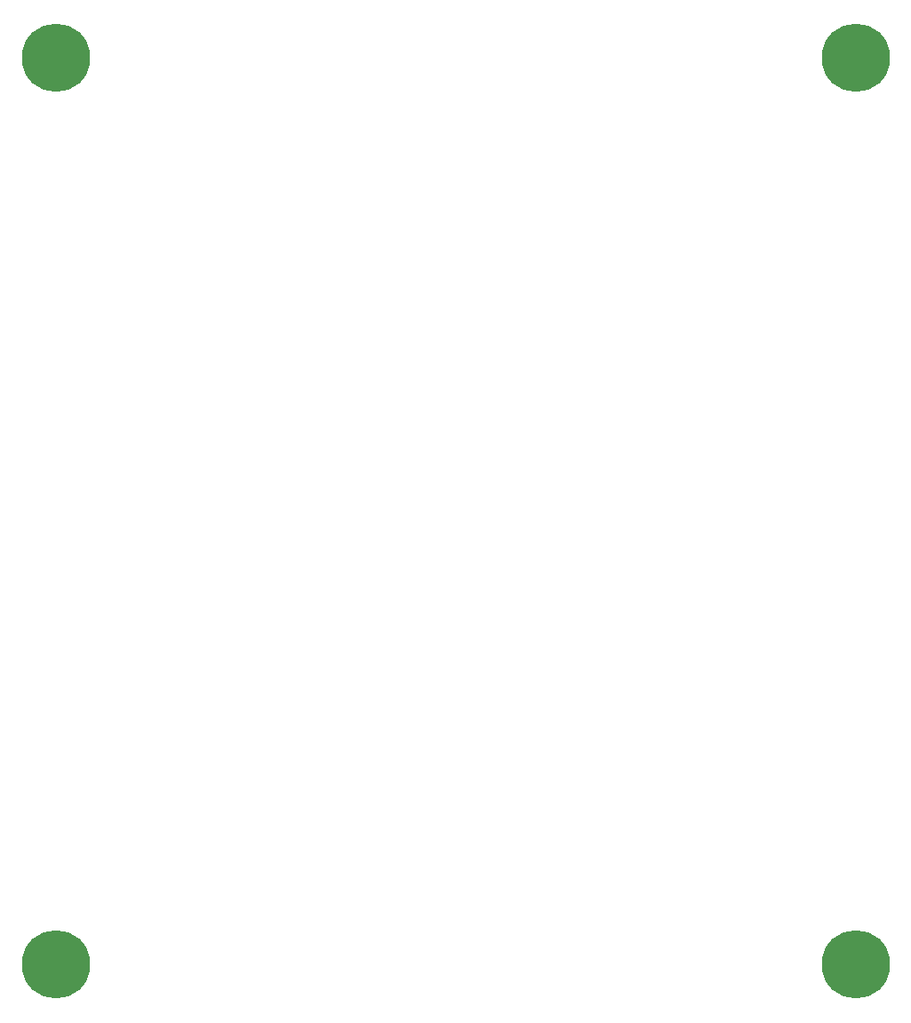
<source format=gts>
G04 #@! TF.GenerationSoftware,KiCad,Pcbnew,5.1.10-88a1d61d58~88~ubuntu20.04.1*
G04 #@! TF.CreationDate,2021-06-29T16:29:24-04:00*
G04 #@! TF.ProjectId,whooshy_sound_front_panel,77686f6f-7368-4795-9f73-6f756e645f66,0*
G04 #@! TF.SameCoordinates,Original*
G04 #@! TF.FileFunction,Soldermask,Top*
G04 #@! TF.FilePolarity,Negative*
%FSLAX46Y46*%
G04 Gerber Fmt 4.6, Leading zero omitted, Abs format (unit mm)*
G04 Created by KiCad (PCBNEW 5.1.10-88a1d61d58~88~ubuntu20.04.1) date 2021-06-29 16:29:24*
%MOMM*%
%LPD*%
G01*
G04 APERTURE LIST*
%ADD10C,6.500000*%
%ADD11C,0.900000*%
G04 APERTURE END LIST*
D10*
X154940000Y-40640000D03*
D11*
X157340000Y-40640000D03*
X156637056Y-42337056D03*
X154940000Y-43040000D03*
X153242944Y-42337056D03*
X152540000Y-40640000D03*
X153242944Y-38942944D03*
X154940000Y-38240000D03*
X156637056Y-38942944D03*
D10*
X78740000Y-40640000D03*
D11*
X81140000Y-40640000D03*
X80437056Y-42337056D03*
X78740000Y-43040000D03*
X77042944Y-42337056D03*
X76340000Y-40640000D03*
X77042944Y-38942944D03*
X78740000Y-38240000D03*
X80437056Y-38942944D03*
X156637056Y-125302944D03*
X154940000Y-124600000D03*
X153242944Y-125302944D03*
X152540000Y-127000000D03*
X153242944Y-128697056D03*
X154940000Y-129400000D03*
X156637056Y-128697056D03*
X157340000Y-127000000D03*
D10*
X154940000Y-127000000D03*
D11*
X80437056Y-125302944D03*
X78740000Y-124600000D03*
X77042944Y-125302944D03*
X76340000Y-127000000D03*
X77042944Y-128697056D03*
X78740000Y-129400000D03*
X80437056Y-128697056D03*
X81140000Y-127000000D03*
D10*
X78740000Y-127000000D03*
M02*

</source>
